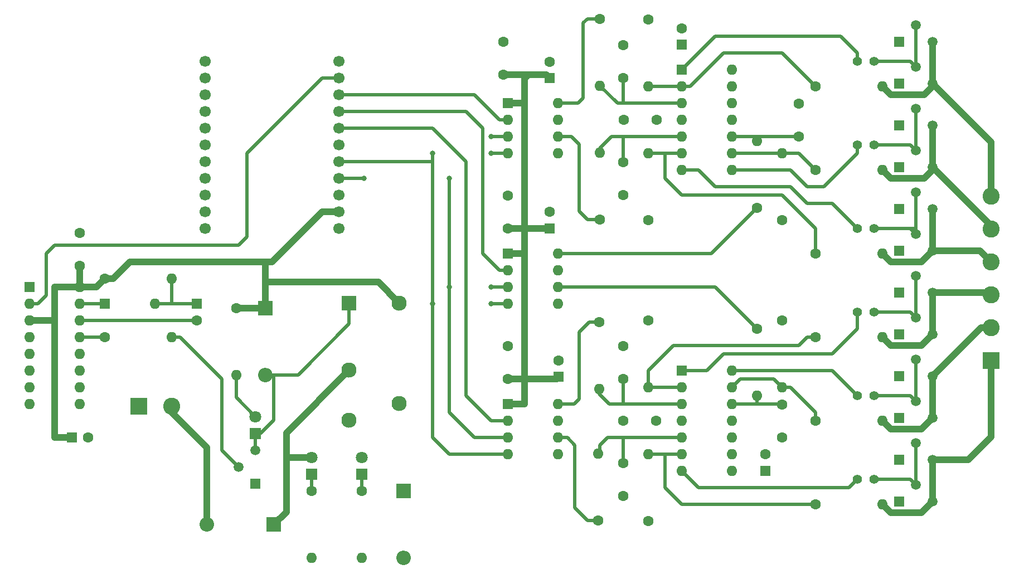
<source format=gtl>
G04 #@! TF.GenerationSoftware,KiCad,Pcbnew,7.0.0-da2b9df05c~171~ubuntu20.04.1*
G04 #@! TF.CreationDate,2023-05-14T20:26:20+02:00*
G04 #@! TF.ProjectId,cpumeter,6370756d-6574-4657-922e-6b696361645f,v01*
G04 #@! TF.SameCoordinates,Original*
G04 #@! TF.FileFunction,Copper,L1,Top*
G04 #@! TF.FilePolarity,Positive*
%FSLAX46Y46*%
G04 Gerber Fmt 4.6, Leading zero omitted, Abs format (unit mm)*
G04 Created by KiCad (PCBNEW 7.0.0-da2b9df05c~171~ubuntu20.04.1) date 2023-05-14 20:26:20*
%MOMM*%
%LPD*%
G01*
G04 APERTURE LIST*
G04 #@! TA.AperFunction,ComponentPad*
%ADD10R,1.600000X1.600000*%
G04 #@! TD*
G04 #@! TA.AperFunction,ComponentPad*
%ADD11O,1.600000X1.600000*%
G04 #@! TD*
G04 #@! TA.AperFunction,ComponentPad*
%ADD12C,1.600000*%
G04 #@! TD*
G04 #@! TA.AperFunction,ComponentPad*
%ADD13R,2.300000X2.300000*%
G04 #@! TD*
G04 #@! TA.AperFunction,ComponentPad*
%ADD14C,2.300000*%
G04 #@! TD*
G04 #@! TA.AperFunction,ComponentPad*
%ADD15R,1.500000X1.500000*%
G04 #@! TD*
G04 #@! TA.AperFunction,ComponentPad*
%ADD16C,1.500000*%
G04 #@! TD*
G04 #@! TA.AperFunction,ComponentPad*
%ADD17R,2.600000X2.600000*%
G04 #@! TD*
G04 #@! TA.AperFunction,ComponentPad*
%ADD18C,2.600000*%
G04 #@! TD*
G04 #@! TA.AperFunction,ComponentPad*
%ADD19R,1.800000X1.800000*%
G04 #@! TD*
G04 #@! TA.AperFunction,ComponentPad*
%ADD20C,1.800000*%
G04 #@! TD*
G04 #@! TA.AperFunction,ComponentPad*
%ADD21R,2.200000X2.200000*%
G04 #@! TD*
G04 #@! TA.AperFunction,ComponentPad*
%ADD22O,2.200000X2.200000*%
G04 #@! TD*
G04 #@! TA.AperFunction,ComponentPad*
%ADD23C,1.700000*%
G04 #@! TD*
G04 #@! TA.AperFunction,ComponentPad*
%ADD24C,1.400000*%
G04 #@! TD*
G04 #@! TA.AperFunction,ViaPad*
%ADD25C,0.800000*%
G04 #@! TD*
G04 #@! TA.AperFunction,Conductor*
%ADD26C,0.500000*%
G04 #@! TD*
G04 #@! TA.AperFunction,Conductor*
%ADD27C,1.000000*%
G04 #@! TD*
G04 APERTURE END LIST*
D10*
X58155999Y-79491999D03*
D11*
X58155999Y-82031999D03*
X58155999Y-84571999D03*
X58155999Y-87111999D03*
X58155999Y-89651999D03*
X58155999Y-92191999D03*
X58155999Y-94731999D03*
X58155999Y-97271999D03*
X65775999Y-97271999D03*
X65775999Y-94731999D03*
X65775999Y-92191999D03*
X65775999Y-89651999D03*
X65775999Y-87111999D03*
X65775999Y-84571999D03*
X65775999Y-82031999D03*
X65775999Y-79491999D03*
D12*
X69586000Y-87112000D03*
D11*
X79745999Y-87111999D03*
D10*
X137159999Y-70561999D03*
D12*
X137160000Y-68062000D03*
X177536000Y-74412000D03*
D11*
X187695999Y-74411999D03*
D12*
X168646000Y-85842000D03*
D11*
X168645999Y-96001999D03*
D12*
X152136000Y-38852000D03*
D11*
X152135999Y-49011999D03*
D13*
X106689999Y-81929999D03*
D14*
X106690000Y-92090000D03*
X106690000Y-99710000D03*
X114310000Y-97170000D03*
X114310000Y-81930000D03*
D12*
X148326000Y-93422000D03*
X148326000Y-88422000D03*
X148326000Y-47702000D03*
X148326000Y-42702000D03*
D15*
X190225999Y-80341999D03*
D16*
X192766000Y-77802000D03*
X195306000Y-80342000D03*
D10*
X137159999Y-47741999D03*
D12*
X137160000Y-45242000D03*
X130126000Y-47194000D03*
X130126000Y-42194000D03*
X152136000Y-69332000D03*
D11*
X152135999Y-59171999D03*
D12*
X172456000Y-97352000D03*
X172456000Y-102352000D03*
X152136000Y-115052000D03*
D11*
X152135999Y-104891999D03*
D12*
X108585000Y-110490000D03*
D11*
X108584999Y-120649999D03*
D10*
X130819999Y-51561999D03*
D11*
X130819999Y-54101999D03*
X130819999Y-56641999D03*
X130819999Y-59181999D03*
X138439999Y-59181999D03*
X138439999Y-56641999D03*
X138439999Y-54101999D03*
X138439999Y-51561999D03*
D17*
X74705999Y-97576999D03*
D18*
X79706000Y-97577000D03*
D10*
X130819999Y-74421999D03*
D11*
X130819999Y-76961999D03*
X130819999Y-79501999D03*
X130819999Y-82041999D03*
X138439999Y-82041999D03*
X138439999Y-79501999D03*
X138439999Y-76961999D03*
X138439999Y-74421999D03*
D12*
X177536000Y-49012000D03*
D11*
X187695999Y-49011999D03*
D12*
X172456000Y-69332000D03*
D11*
X172455999Y-59171999D03*
D12*
X69586000Y-78222000D03*
D11*
X79745999Y-78221999D03*
D15*
X190225999Y-54941999D03*
D16*
X192766000Y-52402000D03*
X195306000Y-54942000D03*
D12*
X172456000Y-84572000D03*
D11*
X172455999Y-94731999D03*
D12*
X153366000Y-54092000D03*
X148366000Y-54092000D03*
D15*
X190225999Y-48591999D03*
D16*
X192766000Y-46052000D03*
X195306000Y-48592000D03*
D19*
X108584999Y-107949999D03*
D20*
X108585000Y-105410000D03*
D12*
X153326000Y-99812000D03*
X148326000Y-99812000D03*
X148326000Y-106202000D03*
X148326000Y-111202000D03*
D15*
X190225999Y-99391999D03*
D16*
X192766000Y-96852000D03*
X195306000Y-99392000D03*
D12*
X130810000Y-93422000D03*
X130810000Y-88422000D03*
D15*
X190225999Y-93041999D03*
D16*
X192766000Y-90502000D03*
X195306000Y-93042000D03*
D21*
X95249999Y-115569999D03*
D22*
X85089999Y-115569999D03*
D17*
X204215999Y-90691999D03*
D18*
X204216000Y-85692000D03*
X204216000Y-80692000D03*
X204216000Y-75692000D03*
X204216000Y-70692000D03*
X204216000Y-65692000D03*
D15*
X190225999Y-61291999D03*
D16*
X192766000Y-58752000D03*
X195306000Y-61292000D03*
D19*
X100964999Y-107949999D03*
D20*
X100965000Y-105410000D03*
D12*
X65776000Y-76277000D03*
X65776000Y-71277000D03*
D10*
X130819999Y-97271999D03*
D11*
X130819999Y-99811999D03*
X130819999Y-102351999D03*
X130819999Y-104891999D03*
X138439999Y-104891999D03*
X138439999Y-102351999D03*
X138439999Y-99811999D03*
X138439999Y-97271999D03*
D23*
X105146000Y-70602000D03*
X105146000Y-68062000D03*
X105146000Y-65522000D03*
X105146000Y-62982000D03*
X105146000Y-60442000D03*
X105146000Y-57902000D03*
X105146000Y-55362000D03*
X105146000Y-52822000D03*
X105146000Y-50282000D03*
X105146000Y-47742000D03*
X105146000Y-45202000D03*
X84826000Y-45202000D03*
X84826000Y-47742000D03*
X84826000Y-50282000D03*
X84826000Y-52822000D03*
X84826000Y-55362000D03*
X84826000Y-57902000D03*
X84826000Y-60442000D03*
X84826000Y-62982000D03*
X84826000Y-65522000D03*
X84826000Y-68062000D03*
X84826000Y-70602000D03*
D12*
X177536000Y-61712000D03*
D11*
X187695999Y-61711999D03*
D12*
X144526000Y-114935000D03*
D11*
X144525999Y-104774999D03*
D12*
X100965000Y-110490000D03*
D11*
X100964999Y-120649999D03*
D12*
X152136000Y-84572000D03*
D11*
X152135999Y-94731999D03*
D15*
X190225999Y-42241999D03*
D16*
X192766000Y-39702000D03*
X195306000Y-42242000D03*
D10*
X64545999Y-102351999D03*
D12*
X67046000Y-102352000D03*
X174996000Y-56592000D03*
X174996000Y-51592000D03*
D10*
X69585999Y-82031999D03*
D11*
X77205999Y-82031999D03*
D12*
X144780000Y-38735000D03*
D11*
X144779999Y-48894999D03*
D12*
X168646000Y-67427000D03*
D11*
X168645999Y-57266999D03*
D12*
X144653000Y-84836000D03*
D11*
X144652999Y-94995999D03*
D19*
X92445999Y-101716999D03*
D20*
X92446000Y-99177000D03*
D15*
X92445999Y-109336999D03*
D16*
X89906000Y-106797000D03*
X92446000Y-104257000D03*
D15*
X190225999Y-67641999D03*
D16*
X192766000Y-65102000D03*
X195306000Y-67642000D03*
D10*
X157215999Y-92191999D03*
D11*
X157215999Y-94731999D03*
X157215999Y-97271999D03*
X157215999Y-99811999D03*
X157215999Y-102351999D03*
X157215999Y-104891999D03*
X157215999Y-107431999D03*
X164835999Y-107431999D03*
X164835999Y-104891999D03*
X164835999Y-102351999D03*
X164835999Y-99811999D03*
X164835999Y-97271999D03*
X164835999Y-94731999D03*
X164835999Y-92191999D03*
D10*
X169915999Y-107391999D03*
D12*
X169916000Y-104892000D03*
X148326000Y-60482000D03*
X148326000Y-65482000D03*
D15*
X190225999Y-105741999D03*
D16*
X192766000Y-103202000D03*
X195306000Y-105742000D03*
D12*
X130810000Y-70562000D03*
X130810000Y-65562000D03*
D24*
X183886000Y-96002000D03*
X186426000Y-96002000D03*
D10*
X138507999Y-93143112D03*
D12*
X138508000Y-90643113D03*
X144780000Y-69215000D03*
D11*
X144779999Y-59054999D03*
D12*
X177536000Y-87112000D03*
D11*
X187695999Y-87111999D03*
D10*
X157215999Y-46471999D03*
D11*
X157215999Y-49011999D03*
X157215999Y-51551999D03*
X157215999Y-54091999D03*
X157215999Y-56631999D03*
X157215999Y-59171999D03*
X157215999Y-61711999D03*
X164835999Y-61711999D03*
X164835999Y-59171999D03*
X164835999Y-56631999D03*
X164835999Y-54091999D03*
X164835999Y-51551999D03*
X164835999Y-49011999D03*
X164835999Y-46471999D03*
D21*
X114934999Y-110489999D03*
D22*
X114934999Y-120649999D03*
D24*
X183886000Y-70602000D03*
X186426000Y-70602000D03*
D15*
X190225999Y-73991999D03*
D16*
X192766000Y-71452000D03*
X195306000Y-73992000D03*
D12*
X177536000Y-99812000D03*
D11*
X187695999Y-99811999D03*
D24*
X183886000Y-108702000D03*
X186426000Y-108702000D03*
X183886000Y-83302000D03*
X186426000Y-83302000D03*
D12*
X89535000Y-82667000D03*
D11*
X89534999Y-92826999D03*
D15*
X190225999Y-112091999D03*
D16*
X192766000Y-109552000D03*
X195306000Y-112092000D03*
D21*
X93979999Y-82666999D03*
D22*
X93979999Y-92826999D03*
D24*
X183886000Y-45202000D03*
X186426000Y-45202000D03*
X183886000Y-57902000D03*
X186426000Y-57902000D03*
D12*
X177536000Y-112512000D03*
D11*
X187695999Y-112511999D03*
D10*
X157215999Y-42661999D03*
D12*
X157216000Y-40162000D03*
D10*
X83555999Y-82031999D03*
D12*
X83556000Y-84532000D03*
D15*
X190225999Y-86691999D03*
D16*
X192766000Y-84152000D03*
X195306000Y-86692000D03*
D25*
X128270000Y-56632000D03*
X128270000Y-79492000D03*
X108956000Y-62982000D03*
X121920000Y-79492000D03*
X121920000Y-62982000D03*
X128270000Y-59172000D03*
X119380000Y-59172000D03*
X119380000Y-82032000D03*
X128270000Y-82032000D03*
D26*
X92446000Y-99177000D02*
X89535000Y-96266000D01*
X89535000Y-96266000D02*
X89535000Y-92827000D01*
D27*
X69586000Y-78222000D02*
X70856000Y-78222000D01*
X94986000Y-75682000D02*
X102606000Y-68062000D01*
X114310000Y-81930000D02*
X111125000Y-78745000D01*
X73396000Y-75682000D02*
X92446000Y-75682000D01*
X58156000Y-84572000D02*
X61966000Y-84572000D01*
X111125000Y-78740000D02*
X93980000Y-78740000D01*
X92446000Y-75682000D02*
X93980000Y-75682000D01*
X93980000Y-75682000D02*
X94986000Y-75682000D01*
X93980000Y-78740000D02*
X93980000Y-75682000D01*
X61966000Y-79492000D02*
X61966000Y-84572000D01*
X70856000Y-78222000D02*
X73396000Y-75682000D01*
X89535000Y-82667000D02*
X93980000Y-82667000D01*
X111125000Y-78745000D02*
X111125000Y-78740000D01*
X68316000Y-79492000D02*
X69586000Y-78222000D01*
X93980000Y-82667000D02*
X93980000Y-78740000D01*
X65776000Y-79492000D02*
X61966000Y-79492000D01*
X102606000Y-68062000D02*
X105146000Y-68062000D01*
X65776000Y-79492000D02*
X65776000Y-76277000D01*
X61966000Y-102352000D02*
X64546000Y-102352000D01*
X65776000Y-79492000D02*
X68316000Y-79492000D01*
X61966000Y-84572000D02*
X61966000Y-102352000D01*
X133340000Y-51562000D02*
X133350000Y-51552000D01*
X138229113Y-93422000D02*
X138508000Y-93143113D01*
X133350000Y-51552000D02*
X133350000Y-47780000D01*
X133350000Y-74412000D02*
X133350000Y-51552000D01*
X130810000Y-93422000D02*
X138229113Y-93422000D01*
X130820000Y-51562000D02*
X133340000Y-51562000D01*
X137160000Y-70562000D02*
X130810000Y-70562000D01*
X133340000Y-74422000D02*
X133350000Y-74412000D01*
X136612000Y-47194000D02*
X137160000Y-47742000D01*
X130126000Y-47194000D02*
X133936000Y-47194000D01*
X133936000Y-47194000D02*
X136612000Y-47194000D01*
X130820000Y-97272000D02*
X133350000Y-97272000D01*
X133350000Y-97272000D02*
X133350000Y-74412000D01*
X130820000Y-74422000D02*
X133340000Y-74422000D01*
X133350000Y-47780000D02*
X133936000Y-47194000D01*
X97155000Y-105410000D02*
X97155000Y-101625000D01*
X97155000Y-113665000D02*
X97155000Y-105410000D01*
X100965000Y-105410000D02*
X97155000Y-105410000D01*
X95250000Y-115570000D02*
X97155000Y-113665000D01*
X97155000Y-101625000D02*
X106690000Y-92090000D01*
D26*
X100965000Y-107950000D02*
X100965000Y-110490000D01*
D27*
X194046000Y-50282000D02*
X195316000Y-49012000D01*
X188966000Y-50282000D02*
X194046000Y-50282000D01*
X204216000Y-57502000D02*
X204216000Y-65692000D01*
X195306000Y-48592000D02*
X204216000Y-57502000D01*
X195316000Y-49012000D02*
X195306000Y-49002000D01*
X187696000Y-49012000D02*
X188966000Y-50282000D01*
X195306000Y-49002000D02*
X195306000Y-42242000D01*
X187696000Y-74412000D02*
X188966000Y-75682000D01*
X195306000Y-73992000D02*
X195306000Y-67642000D01*
X195306000Y-73992000D02*
X202516000Y-73992000D01*
X188966000Y-75682000D02*
X193616000Y-75682000D01*
X202516000Y-73992000D02*
X204216000Y-75692000D01*
X193616000Y-75682000D02*
X195306000Y-73992000D01*
X187696000Y-61712000D02*
X188966000Y-62982000D01*
X195306000Y-61292000D02*
X204216000Y-70202000D01*
X194046000Y-62982000D02*
X195316000Y-61712000D01*
X188966000Y-62982000D02*
X194046000Y-62982000D01*
X204216000Y-70202000D02*
X204216000Y-70692000D01*
X195306000Y-54942000D02*
X195306000Y-61292000D01*
X202656000Y-85692000D02*
X204216000Y-85692000D01*
X193616000Y-101082000D02*
X195306000Y-99392000D01*
X195306000Y-93042000D02*
X195306000Y-99392000D01*
X195306000Y-93042000D02*
X202656000Y-85692000D01*
X187696000Y-99812000D02*
X188966000Y-101082000D01*
X188966000Y-101082000D02*
X193616000Y-101082000D01*
X188966000Y-88382000D02*
X193616000Y-88382000D01*
X187696000Y-87112000D02*
X188966000Y-88382000D01*
X203866000Y-80342000D02*
X204216000Y-80692000D01*
X195306000Y-80342000D02*
X195306000Y-86692000D01*
X195306000Y-80342000D02*
X203866000Y-80342000D01*
X193616000Y-88382000D02*
X195306000Y-86692000D01*
X195306000Y-105742000D02*
X200709000Y-105742000D01*
X200709000Y-105742000D02*
X204216000Y-102235000D01*
X204216000Y-102235000D02*
X204216000Y-90692000D01*
X193616000Y-113782000D02*
X195306000Y-112092000D01*
X188966000Y-113782000D02*
X193616000Y-113782000D01*
X187696000Y-112512000D02*
X188966000Y-113782000D01*
X195306000Y-105742000D02*
X195306000Y-112092000D01*
D26*
X87366000Y-104257000D02*
X89906000Y-106797000D01*
X79746000Y-87112000D02*
X81016000Y-87112000D01*
X87366000Y-93462000D02*
X87366000Y-104257000D01*
X81016000Y-87112000D02*
X87366000Y-93462000D01*
X130820000Y-102352000D02*
X125730000Y-102352000D01*
X125730000Y-102352000D02*
X121920000Y-98542000D01*
X121920000Y-98542000D02*
X121920000Y-62982000D01*
X128280000Y-56642000D02*
X130820000Y-56642000D01*
X128280000Y-79502000D02*
X128270000Y-79492000D01*
X128270000Y-56632000D02*
X128280000Y-56642000D01*
X105146000Y-62982000D02*
X108956000Y-62982000D01*
X130820000Y-79502000D02*
X128280000Y-79502000D01*
X130820000Y-104892000D02*
X121920000Y-104892000D01*
X119380000Y-60325000D02*
X119380000Y-59172000D01*
X105146000Y-60442000D02*
X119263000Y-60442000D01*
X128280000Y-59182000D02*
X128270000Y-59172000D01*
X119380000Y-102352000D02*
X121920000Y-104892000D01*
X130820000Y-59182000D02*
X128280000Y-59182000D01*
X119380000Y-82032000D02*
X119380000Y-102352000D01*
X119380000Y-60325000D02*
X119380000Y-82032000D01*
X128280000Y-82042000D02*
X128270000Y-82032000D01*
X119263000Y-60442000D02*
X119380000Y-60325000D01*
X130820000Y-82042000D02*
X128280000Y-82042000D01*
X124460000Y-60442000D02*
X119380000Y-55362000D01*
X124460000Y-96002000D02*
X124460000Y-60442000D01*
X130820000Y-99812000D02*
X128270000Y-99812000D01*
X119380000Y-55362000D02*
X105146000Y-55362000D01*
X128270000Y-99812000D02*
X124460000Y-96002000D01*
X130810000Y-76952000D02*
X129540000Y-76952000D01*
X124460000Y-52822000D02*
X105146000Y-52822000D01*
X127000000Y-55362000D02*
X124460000Y-52822000D01*
X127000000Y-74412000D02*
X127000000Y-55362000D01*
X129540000Y-76952000D02*
X127000000Y-74412000D01*
X130820000Y-76962000D02*
X130810000Y-76952000D01*
X125730000Y-50282000D02*
X105146000Y-50282000D01*
X130820000Y-54102000D02*
X129550000Y-54102000D01*
X129550000Y-54102000D02*
X125730000Y-50282000D01*
X162306000Y-79502000D02*
X168646000Y-85842000D01*
X162306000Y-79502000D02*
X138440000Y-79502000D01*
X161651000Y-74422000D02*
X168646000Y-67427000D01*
X161651000Y-74422000D02*
X138440000Y-74422000D01*
X162296000Y-41392000D02*
X181346000Y-41392000D01*
X181346000Y-41392000D02*
X183886000Y-43932000D01*
X157216000Y-46472000D02*
X162296000Y-41392000D01*
X183886000Y-43932000D02*
X183886000Y-45202000D01*
X192766000Y-39702000D02*
X192766000Y-46052000D01*
X186426000Y-45202000D02*
X191916000Y-45202000D01*
X191916000Y-45202000D02*
X192766000Y-46052000D01*
X180076000Y-66792000D02*
X183886000Y-70602000D01*
X162296000Y-64252000D02*
X173726000Y-64252000D01*
X176266000Y-66792000D02*
X180076000Y-66792000D01*
X173726000Y-64252000D02*
X176266000Y-66792000D01*
X159756000Y-61712000D02*
X162296000Y-64252000D01*
X157216000Y-61712000D02*
X159756000Y-61712000D01*
X191916000Y-70602000D02*
X192766000Y-71452000D01*
X192766000Y-70602000D02*
X192766000Y-71452000D01*
X192766000Y-65102000D02*
X192766000Y-70602000D01*
X186426000Y-70602000D02*
X191916000Y-70602000D01*
X191916000Y-70602000D02*
X192766000Y-70602000D01*
X191916000Y-57902000D02*
X192766000Y-58752000D01*
X186426000Y-57902000D02*
X191916000Y-57902000D01*
X192766000Y-52402000D02*
X192766000Y-58752000D01*
X164836000Y-92192000D02*
X180076000Y-92192000D01*
X180076000Y-92192000D02*
X183886000Y-96002000D01*
X192766000Y-90502000D02*
X192766000Y-96852000D01*
X191916000Y-96002000D02*
X192766000Y-96852000D01*
X186426000Y-96002000D02*
X191916000Y-96002000D01*
X180076000Y-89652000D02*
X183886000Y-85842000D01*
X161026000Y-92192000D02*
X163566000Y-89652000D01*
X183886000Y-85842000D02*
X183886000Y-83302000D01*
X163566000Y-89652000D02*
X180076000Y-89652000D01*
X157216000Y-92192000D02*
X161026000Y-92192000D01*
X192766000Y-77802000D02*
X192766000Y-84152000D01*
X186426000Y-83302000D02*
X191916000Y-83302000D01*
X191916000Y-83302000D02*
X192766000Y-84152000D01*
X157216000Y-107432000D02*
X159756000Y-109972000D01*
X181346000Y-109972000D02*
X182616000Y-109972000D01*
X182616000Y-109972000D02*
X183886000Y-108702000D01*
X159756000Y-109972000D02*
X181346000Y-109972000D01*
X186426000Y-108702000D02*
X191916000Y-108702000D01*
X192766000Y-103202000D02*
X192766000Y-109552000D01*
X191916000Y-108702000D02*
X192766000Y-109552000D01*
X176266000Y-64252000D02*
X178806000Y-64252000D01*
X164836000Y-61712000D02*
X173726000Y-61712000D01*
X178806000Y-64252000D02*
X183886000Y-59172000D01*
X183886000Y-59172000D02*
X183886000Y-57902000D01*
X173726000Y-61712000D02*
X176266000Y-64252000D01*
D27*
X85090000Y-103886000D02*
X85090000Y-115570000D01*
X79706000Y-98502000D02*
X85090000Y-103886000D01*
X79706000Y-97577000D02*
X79706000Y-98502000D01*
D26*
X148326000Y-51552000D02*
X147437000Y-51552000D01*
X147437000Y-51552000D02*
X144780000Y-48895000D01*
X148326000Y-51552000D02*
X148326000Y-47702000D01*
X148326000Y-51552000D02*
X157216000Y-51552000D01*
X164836000Y-56632000D02*
X174956000Y-56632000D01*
X174956000Y-56632000D02*
X174996000Y-56592000D01*
X148590000Y-56632000D02*
X157216000Y-56632000D01*
X146568000Y-56632000D02*
X144780000Y-58420000D01*
X148590000Y-56632000D02*
X146568000Y-56632000D01*
X148326000Y-60482000D02*
X148326000Y-56632000D01*
X148326000Y-56632000D02*
X148590000Y-56632000D01*
X65776000Y-82032000D02*
X69586000Y-82032000D01*
X140853000Y-97272000D02*
X141605000Y-96520000D01*
X138440000Y-97272000D02*
X140853000Y-97272000D01*
X141605000Y-96520000D02*
X141605000Y-86360000D01*
X141605000Y-86360000D02*
X143129000Y-84836000D01*
X143129000Y-84836000D02*
X144653000Y-84836000D01*
X139817000Y-102352000D02*
X140970000Y-103505000D01*
X142875000Y-114935000D02*
X144526000Y-114935000D01*
X140970000Y-113030000D02*
X142875000Y-114935000D01*
X138440000Y-102352000D02*
X139817000Y-102352000D01*
X140970000Y-103505000D02*
X140970000Y-113030000D01*
X172456000Y-43932000D02*
X163566000Y-43932000D01*
X163566000Y-43932000D02*
X158486000Y-49012000D01*
X158486000Y-49012000D02*
X157216000Y-49012000D01*
X152136000Y-49012000D02*
X157216000Y-49012000D01*
X177536000Y-49012000D02*
X172456000Y-43932000D01*
X172456000Y-59172000D02*
X174996000Y-59172000D01*
X164836000Y-59172000D02*
X172456000Y-59172000D01*
X174996000Y-59172000D02*
X177536000Y-61712000D01*
X177536000Y-70602000D02*
X177536000Y-74412000D01*
X154676000Y-59172000D02*
X154676000Y-62982000D01*
X154676000Y-59172000D02*
X157216000Y-59172000D01*
X152136000Y-59172000D02*
X154676000Y-59172000D01*
X157216000Y-65522000D02*
X172456000Y-65522000D01*
X172456000Y-65522000D02*
X177536000Y-70602000D01*
X154676000Y-62982000D02*
X157216000Y-65522000D01*
X79746000Y-82032000D02*
X77206000Y-82032000D01*
X79746000Y-78222000D02*
X79746000Y-82032000D01*
X83556000Y-82032000D02*
X79746000Y-82032000D01*
X65776000Y-84572000D02*
X83516000Y-84572000D01*
X83516000Y-84572000D02*
X83556000Y-84532000D01*
X164836000Y-97272000D02*
X168646000Y-97272000D01*
X168646000Y-97272000D02*
X168646000Y-96002000D01*
X168646000Y-97272000D02*
X172376000Y-97272000D01*
X172376000Y-97272000D02*
X172456000Y-97352000D01*
X144653000Y-95758000D02*
X144653000Y-94996000D01*
X148326000Y-97272000D02*
X146167000Y-97272000D01*
X148326000Y-93422000D02*
X148326000Y-97272000D01*
X146167000Y-97272000D02*
X144653000Y-95758000D01*
X148326000Y-97272000D02*
X157216000Y-97272000D01*
X145933000Y-102352000D02*
X144780000Y-103505000D01*
X157216000Y-102352000D02*
X148326000Y-102352000D01*
X144780000Y-104521000D02*
X144526000Y-104775000D01*
X144780000Y-103505000D02*
X144780000Y-104521000D01*
X148326000Y-102352000D02*
X145933000Y-102352000D01*
X148326000Y-106202000D02*
X148326000Y-102352000D01*
X98943000Y-92827000D02*
X106690000Y-85080000D01*
X106690000Y-85080000D02*
X106690000Y-81930000D01*
X92446000Y-104257000D02*
X92446000Y-101717000D01*
X93228000Y-101717000D02*
X95250000Y-99695000D01*
X92446000Y-101717000D02*
X93228000Y-101717000D01*
X95250000Y-92827000D02*
X98943000Y-92827000D01*
X95250000Y-99695000D02*
X95250000Y-92827000D01*
X93980000Y-92827000D02*
X95250000Y-92827000D01*
X108585000Y-107950000D02*
X108585000Y-110490000D01*
X65776000Y-87112000D02*
X69586000Y-87112000D01*
X142240000Y-50800000D02*
X141478000Y-51562000D01*
X142875000Y-38735000D02*
X142240000Y-39370000D01*
X141478000Y-51562000D02*
X138440000Y-51562000D01*
X144780000Y-38735000D02*
X142875000Y-38735000D01*
X142240000Y-39370000D02*
X142240000Y-50800000D01*
X144780000Y-69215000D02*
X142875000Y-69215000D01*
X140462000Y-56642000D02*
X138440000Y-56642000D01*
X142875000Y-69215000D02*
X141605000Y-67945000D01*
X141605000Y-57785000D02*
X140462000Y-56642000D01*
X141605000Y-67945000D02*
X141605000Y-57785000D01*
X166106000Y-93462000D02*
X171186000Y-93462000D01*
X164836000Y-94732000D02*
X166106000Y-93462000D01*
X171186000Y-93462000D02*
X172456000Y-94732000D01*
X177536000Y-98542000D02*
X177536000Y-99812000D01*
X172456000Y-94732000D02*
X173726000Y-94732000D01*
X173726000Y-94732000D02*
X177536000Y-98542000D01*
X177536000Y-87112000D02*
X176266000Y-87112000D01*
X152136000Y-94732000D02*
X157216000Y-94732000D01*
X176266000Y-87112000D02*
X174996000Y-88382000D01*
X155946000Y-88382000D02*
X152136000Y-92192000D01*
X174996000Y-88382000D02*
X155946000Y-88382000D01*
X152136000Y-92192000D02*
X152136000Y-94732000D01*
X157216000Y-112512000D02*
X177536000Y-112512000D01*
X152136000Y-104892000D02*
X154676000Y-104892000D01*
X154676000Y-109972000D02*
X157216000Y-112512000D01*
X154676000Y-104892000D02*
X157216000Y-104892000D01*
X154676000Y-104892000D02*
X154676000Y-109972000D01*
X91176000Y-71872000D02*
X91176000Y-59172000D01*
X61966000Y-73142000D02*
X89906000Y-73142000D01*
X102606000Y-47742000D02*
X105146000Y-47742000D01*
X60696000Y-80762000D02*
X60696000Y-74412000D01*
X91176000Y-59172000D02*
X102606000Y-47742000D01*
X60696000Y-74412000D02*
X61966000Y-73142000D01*
X89906000Y-73142000D02*
X91176000Y-71872000D01*
X59426000Y-82032000D02*
X60696000Y-80762000D01*
X58156000Y-82032000D02*
X59426000Y-82032000D01*
M02*

</source>
